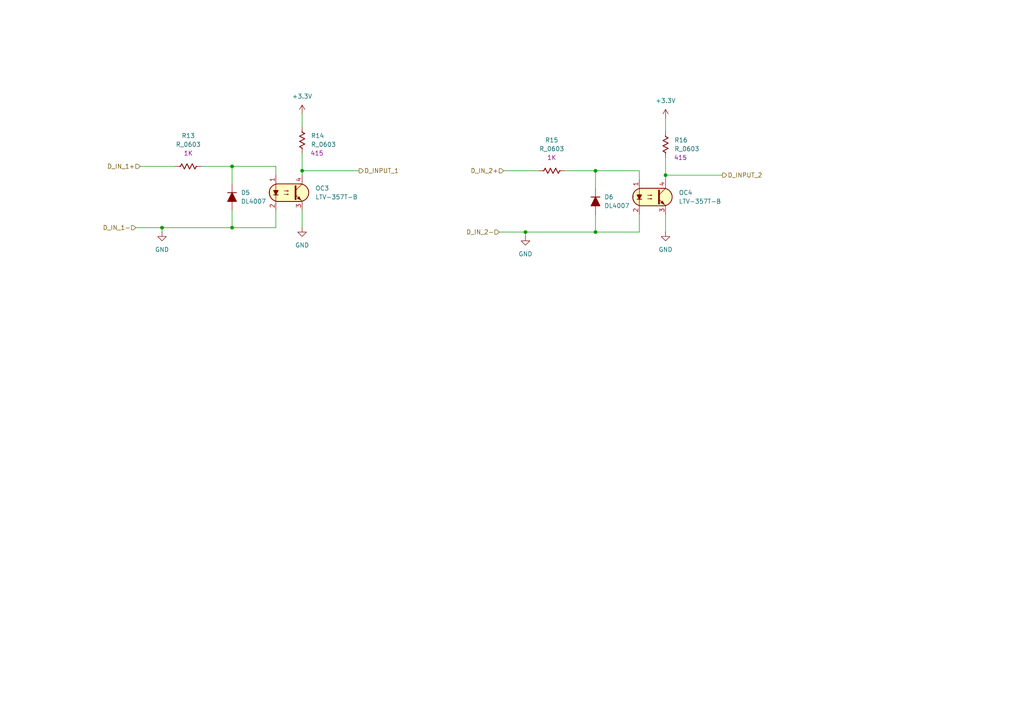
<source format=kicad_sch>
(kicad_sch (version 20250114) (generator "eeschema") (generator_version "9.0")
  (paper "A4")
  (lib_symbols
    (symbol "PCM_Diode_AKL:DL4007" (pin_numbers (hide yes)) (pin_names (offset 1.016) (hide yes))
      (property "Reference" "D" (at 0 5.08 0))
      (property "Value" "DL4007" (at 0 2.54 0))
      (symbol "DL4007_0_1"
        (polyline (pts (xy -1.27 1.27) (xy -1.27 -1.27) (xy 1.27 0) (xy -1.27 1.27)) (stroke (width 0.254)) (fill (type outline)))
        (polyline (pts (xy -1.27 0) (xy 1.27 0)))
        (polyline (pts (xy 1.27 1.27) (xy 1.27 -1.27)) (stroke (width 0.254)))
      )
      (symbol "DL4007_0_2"
        (polyline (pts (xy -2.54 -2.54) (xy 2.54 2.54)))
        (polyline (pts (xy -0.889 -0.889) (xy -1.778 0) (xy 0.889 0.889) (xy 0 -1.778) (xy -0.889 -0.889)) (stroke (width 0.254)) (fill (type outline)))
        (polyline (pts (xy 0 1.778) (xy 1.778 0)) (stroke (width 0.254)))
      )
      (symbol "DL4007_1_1"
        (pin passive line (at -3.81 0 0) (length 2.54) (name "A") (number "2"))
        (pin passive line (at 3.81 0 180) (length 2.54) (name "K") (number "1"))
      )
      (symbol "DL4007_1_2"
        (pin passive line (at -2.54 -2.54 0) (length 0) (name "A") (number "2"))
        (pin passive line (at 2.54 2.54 180) (length 0) (name "K") (number "1"))
      )
    )
    (symbol "PCM_Optocoupler_AKL:LTV-357T-B" (pin_names (offset 1.016))
      (property "Reference" "OC" (at 6.35 1.27 0))
      (property "Value" "LTV-357T-B" (at 6.35 -1.27 0))
      (symbol "LTV-357T-B_0_1"
        (polyline (pts (xy -4.445 -0.635) (xy -3.175 -0.635)) (stroke (width 0.254)))
        (polyline (pts (xy -3.81 -0.635) (xy -4.445 0.635) (xy -3.175 0.635) (xy -3.81 -0.635)) (stroke (width 0.254)) (fill (type outline)))
        (polyline (pts (xy -3.81 -2.54) (xy -3.81 -1.27) (xy -3.81 2.54)) (stroke (width 0.1524)))
        (polyline (pts (xy -3.175 2.54) (xy 3.175 2.54)) (stroke (width 0.254)))
        (arc (start -3.1975 -2.54) (mid -5.7151 0) (end -3.1975 2.54) (stroke (width 0.254)))
        (polyline (pts (xy -2.54 2.54) (xy 3.429 2.54) (xy 4.318 2.286) (xy 4.699 2.032) (xy 5.08 1.651) (xy 5.461 1.016) (xy 5.715 0.381) (xy 5.715 -0.381) (xy 5.461 -1.143) (xy 4.826 -1.905) (xy 4.191 -2.286) (xy 3.302 -2.54) (xy -3.81 -2.54) (xy -3.81 -2.54) (xy -4.572 -2.032) (xy -5.08 -1.778) (xy -5.588 -0.508) (xy -5.588 0.254) (xy -5.588 1.016) (xy -5.08 1.778) (xy -4.318 2.286) (xy -3.556 2.54) (xy -2.54 2.54)) (stroke (width 0.01)) (fill (type background)))
        (polyline (pts (xy -1.397 0.508) (xy -0.127 0.508) (xy -0.508 0.381) (xy -0.508 0.635) (xy -0.127 0.508)))
        (polyline (pts (xy -1.397 -0.508) (xy -0.127 -0.508) (xy -0.508 -0.635) (xy -0.508 -0.381) (xy -0.127 -0.508)))
        (polyline (pts (xy 1.905 1.905) (xy 1.905 -1.905) (xy 1.905 -1.905)) (stroke (width 0.508)))
        (polyline (pts (xy 1.905 0.635) (xy 3.81 2.54)))
        (polyline (pts (xy 2.413 -1.651) (xy 2.921 -1.143) (xy 3.429 -2.159) (xy 2.413 -1.651) (xy 2.413 -1.651)) (fill (type outline)))
        (arc (start 3.1975 2.54) (mid 5.7151 0) (end 3.1975 -2.54) (stroke (width 0.254)))
        (polyline (pts (xy 3.175 -2.54) (xy -3.175 -2.54)) (stroke (width 0.254)))
        (polyline (pts (xy 3.81 -2.54) (xy 1.905 -0.635)) (fill (type outline)))
      )
      (symbol "LTV-357T-B_1_1"
        (pin passive line (at -3.81 5.08 270) (length 2.54) (name "~") (number "1"))
        (pin passive line (at -3.81 -5.08 90) (length 2.54) (name "~") (number "2"))
        (pin passive line (at 3.81 5.08 270) (length 2.54) (name "~") (number "4"))
        (pin passive line (at 3.81 -5.08 90) (length 2.54) (name "~") (number "3"))
      )
    )
    (symbol "PCM_Resistor_US_AKL:R_0603" (pin_numbers (hide yes)) (pin_names (offset 0))
      (property "Reference" "R" (at 2.54 1.27 0))
      (property "Value" "R_0603" (at 2.54 -1.27 0))
      (symbol "R_0603_0_1"
        (polyline (pts (xy 0 2.286) (xy 0 2.54)) (stroke (width 0.254)))
        (polyline (pts (xy 0 2.286) (xy 0.762 1.905) (xy -0.762 1.143) (xy 0 0.762) (xy 0.762 0.381) (xy 0 0) (xy -0.762 -0.381) (xy 0 -0.762) (xy 0.762 -1.143) (xy 0 -1.524) (xy -0.762 -1.905) (xy 0 -2.286)) (stroke (width 0.254)))
        (polyline (pts (xy 0 -2.286) (xy 0 -2.54)) (stroke (width 0.254)))
      )
      (symbol "R_0603_0_2"
        (polyline (pts (xy -2.54 -2.54) (xy -1.778 -1.778)))
        (polyline (pts (xy -1.778 -1.778) (xy -1.524 -1.524)) (stroke (width 0.254)))
        (polyline (pts (xy -1.524 -1.524) (xy -1.778 -0.762) (xy -1.016 -1.016)) (stroke (width 0.254)))
        (polyline (pts (xy -0.508 -0.508) (xy -0.762 0.254) (xy 0 0)) (stroke (width 0.254)))
        (polyline (pts (xy -0.508 -0.508) (xy -0.254 -1.27) (xy -1.016 -1.016)) (stroke (width 0.254)))
        (polyline (pts (xy 0.508 0.508) (xy 0.254 1.27) (xy 1.016 1.016)) (stroke (width 0.254)))
        (polyline (pts (xy 0.508 0.508) (xy 0.762 -0.254) (xy 0 0)) (stroke (width 0.254)))
        (polyline (pts (xy 1.524 1.524) (xy 1.778 0.762) (xy 1.016 1.016)) (stroke (width 0.254)))
        (polyline (pts (xy 1.778 1.778) (xy 1.524 1.524)) (stroke (width 0.254)))
        (polyline (pts (xy 1.778 1.778) (xy 2.54 2.54)))
      )
      (symbol "R_0603_1_1"
        (pin passive line (at 0 3.81 270) (length 1.27) (name "~") (number "1"))
        (pin passive line (at 0 -3.81 90) (length 1.27) (name "~") (number "2"))
      )
      (symbol "R_0603_1_2"
        (pin passive line (at -2.54 -2.54 0) (length 0) (name "") (number "2"))
        (pin passive line (at 2.54 2.54 180) (length 0) (name "") (number "1"))
      )
    )
    (symbol "power:+3.3V" (power) (pin_numbers (hide yes)) (pin_names (offset 0) (hide yes))
      (property "Value" "+3.3V" (at 0 3.556 0))
      (symbol "+3.3V_0_1"
        (polyline (pts (xy -0.762 1.27) (xy 0 2.54)))
        (polyline (pts (xy 0 2.54) (xy 0.762 1.27)))
        (polyline (pts (xy 0 0) (xy 0 2.54)))
      )
      (symbol "+3.3V_1_1"
        (pin power_in line (at 0 0 90) (length 0) (name "~") (number "1"))
      )
    )
    (symbol "power:GND" (power) (pin_numbers (hide yes)) (pin_names (offset 0) (hide yes))
      (property "Value" "GND" (at 0 -3.81 0))
      (symbol "GND_0_1"
        (polyline (pts (xy 0 0) (xy 0 -1.27) (xy 1.27 -1.27) (xy 0 -2.54) (xy -1.27 -1.27) (xy 0 -1.27)))
      )
      (symbol "GND_1_1"
        (pin power_in line (at 0 0 270) (length 0) (name "~") (number "1"))
      )
    )
  )
  (junction (at 67.31 48.26))
  (junction (at 193.04 50.8))
  (junction (at 172.72 67.31))
  (junction (at 87.63 49.53))
  (junction (at 67.31 66.04))
  (junction (at 152.4 67.31))
  (junction (at 46.99 66.04))
  (junction (at 172.72 49.53))
  (wire (pts (xy 46.99 66.04) (xy 67.31 66.04)))
  (wire (pts (xy 193.04 45.72) (xy 193.04 50.8)))
  (wire (pts (xy 87.63 60.96) (xy 87.63 66.04)))
  (wire (pts (xy 104.14 49.53) (xy 87.63 49.53)))
  (wire (pts (xy 46.99 66.04) (xy 46.99 67.31)))
  (wire (pts (xy 172.72 67.31) (xy 185.42 67.31)))
  (wire (pts (xy 67.31 66.04) (xy 80.01 66.04)))
  (wire (pts (xy 87.63 49.53) (xy 87.63 50.8)))
  (wire (pts (xy 87.63 44.45) (xy 87.63 49.53)))
  (wire (pts (xy 67.31 60.96) (xy 67.31 66.04)))
  (wire (pts (xy 146.05 49.53) (xy 156.21 49.53)))
  (wire (pts (xy 172.72 62.23) (xy 172.72 67.31)))
  (wire (pts (xy 163.83 49.53) (xy 172.72 49.53)))
  (wire (pts (xy 40.64 48.26) (xy 50.8 48.26)))
  (wire (pts (xy 87.63 33.02) (xy 87.63 36.83)))
  (wire (pts (xy 193.04 50.8) (xy 193.04 52.07)))
  (wire (pts (xy 80.01 48.26) (xy 67.31 48.26)))
  (wire (pts (xy 144.78 67.31) (xy 152.4 67.31)))
  (wire (pts (xy 152.4 67.31) (xy 172.72 67.31)))
  (wire (pts (xy 80.01 50.8) (xy 80.01 48.26)))
  (wire (pts (xy 185.42 49.53) (xy 172.72 49.53)))
  (wire (pts (xy 185.42 67.31) (xy 185.42 62.23)))
  (wire (pts (xy 193.04 62.23) (xy 193.04 67.31)))
  (wire (pts (xy 58.42 48.26) (xy 67.31 48.26)))
  (wire (pts (xy 209.55 50.8) (xy 193.04 50.8)))
  (wire (pts (xy 152.4 67.31) (xy 152.4 68.58)))
  (wire (pts (xy 193.04 34.29) (xy 193.04 38.1)))
  (wire (pts (xy 80.01 66.04) (xy 80.01 60.96)))
  (wire (pts (xy 172.72 49.53) (xy 172.72 54.61)))
  (wire (pts (xy 67.31 48.26) (xy 67.31 53.34)))
  (wire (pts (xy 185.42 52.07) (xy 185.42 49.53)))
  (wire (pts (xy 39.37 66.04) (xy 46.99 66.04)))
  (hierarchical_label "D_INPUT_1" (shape output) (at 104.14 49.53 0))
  (hierarchical_label "D_IN_1+" (shape input) (at 40.64 48.26 180))
  (hierarchical_label "D_INPUT_2" (shape output) (at 209.55 50.8 0))
  (hierarchical_label "D_IN_1-" (shape input) (at 39.37 66.04 180))
  (hierarchical_label "D_IN_2-" (shape input) (at 144.78 67.31 180))
  (hierarchical_label "D_IN_2+" (shape input) (at 146.05 49.53 180))
  (symbol (lib_id "power:+3.3V") (at 87.63 33.02 0) (unit 1)
    (property "Reference" "#PWR025" (effects (hide yes)))
    (property "Value" "+3.3V" (at 87.63 27.94 0))
    (property "Description" "Power symbol creates a global label with name \"+3.3V\"" (effects (hide yes)))
  )
  (symbol (lib_id "PCM_Resistor_US_AKL:R_0603") (at 193.04 41.91 180) (unit 1)
    (property "Reference" "R16" (at 195.58 40.6399 0) (effects (justify right)))
    (property "Value" "R_0603" (at 195.58 43.1799 0) (effects (justify right)))
    (property "Footprint" "PCM_Resistor_SMD_AKL:R_0603_1608Metric" (effects (hide yes)))
    (property "Description" "SMD 0603 Chip Resistor, US Symbol, Alternate KiCad Library" (effects (hide yes)))
    (property "Field5" "415" (at 197.358 45.72 0))
  )
  (symbol (lib_id "power:GND") (at 152.4 68.58 0) (unit 1)
    (property "Reference" "#PWR028" (effects (hide yes)))
    (property "Value" "GND" (at 152.4 73.66 0))
    (property "Description" "Power symbol creates a global label with name \"GND\" , ground" (effects (hide yes)))
  )
  (symbol (lib_id "power:+3.3V") (at 193.04 34.29 0) (unit 1)
    (property "Reference" "#PWR029" (effects (hide yes)))
    (property "Value" "+3.3V" (at 193.04 29.21 0))
    (property "Description" "Power symbol creates a global label with name \"+3.3V\"" (effects (hide yes)))
  )
  (symbol (lib_id "PCM_Resistor_US_AKL:R_0603") (at 160.02 49.53 270) (unit 1)
    (property "Reference" "R15" (at 160.02 40.64 90))
    (property "Value" "R_0603" (at 160.02 43.18 90))
    (property "Footprint" "PCM_Resistor_SMD_AKL:R_0603_1608Metric" (effects (hide yes)))
    (property "Datasheet" "1K" (effects (hide yes)))
    (property "Description" "SMD 0603 Chip Resistor, US Symbol, Alternate KiCad Library" (effects (hide yes)))
    (property "Field5" "1K" (at 160.02 45.72 90))
  )
  (symbol (lib_id "PCM_Optocoupler_AKL:LTV-357T-B") (at 83.82 55.88 0) (unit 1)
    (property "Reference" "OC3" (at 91.44 54.6099 0) (effects (justify left)))
    (property "Value" "LTV-357T-B" (at 91.44 57.1499 0) (effects (justify left)))
    (property "Footprint" "PCM_Package_SO_AKL:SO-4_4.4x3.9mm_P2.54mm" (effects (hide yes)))
    (property "Datasheet" "https://www.tme.eu/Document/4ccb1404604244f2e07aa15af3469fcc/LTV-357T.pdf" (effects (hide yes)))
    (property "Description" "SO-4 Optocoupler, Transistor output, 3.75kV, 18us, Alternate KiCAD Library" (effects (hide yes)))
  )
  (symbol (lib_id "PCM_Diode_AKL:DL4007") (at 67.31 57.15 90) (unit 1)
    (property "Reference" "D5" (at 69.85 55.8799 90) (effects (justify right)))
    (property "Value" "DL4007" (at 69.85 58.4199 90) (effects (justify right)))
    (property "Footprint" "PCM_Diode_SMD_AKL:D_MELF" (effects (hide yes)))
    (property "Datasheet" "https://www.diodes.com/assets/Datasheets/products_inactive_data/ds16001.pdf" (effects (hide yes)))
    (property "Description" "MELF Diode, Rectifier, 1000V, 1A, Alternate KiCad Library" (effects (hide yes)))
  )
  (symbol (lib_id "power:GND") (at 87.63 66.04 0) (unit 1)
    (property "Reference" "#PWR026" (effects (hide yes)))
    (property "Value" "GND" (at 87.63 71.12 0))
    (property "Description" "Power symbol creates a global label with name \"GND\" , ground" (effects (hide yes)))
  )
  (symbol (lib_id "PCM_Resistor_US_AKL:R_0603") (at 54.61 48.26 270) (unit 1)
    (property "Reference" "R13" (at 54.61 39.37 90))
    (property "Value" "R_0603" (at 54.61 41.91 90))
    (property "Footprint" "PCM_Resistor_SMD_AKL:R_0603_1608Metric" (effects (hide yes)))
    (property "Datasheet" "1K" (effects (hide yes)))
    (property "Description" "SMD 0603 Chip Resistor, US Symbol, Alternate KiCad Library" (effects (hide yes)))
    (property "Field5" "1K" (at 54.61 44.45 90))
  )
  (symbol (lib_id "PCM_Optocoupler_AKL:LTV-357T-B") (at 189.23 57.15 0) (unit 1)
    (property "Reference" "OC4" (at 196.85 55.8799 0) (effects (justify left)))
    (property "Value" "LTV-357T-B" (at 196.85 58.4199 0) (effects (justify left)))
    (property "Footprint" "PCM_Package_SO_AKL:SO-4_4.4x3.9mm_P2.54mm" (effects (hide yes)))
    (property "Datasheet" "https://www.tme.eu/Document/4ccb1404604244f2e07aa15af3469fcc/LTV-357T.pdf" (effects (hide yes)))
    (property "Description" "SO-4 Optocoupler, Transistor output, 3.75kV, 18us, Alternate KiCAD Library" (effects (hide yes)))
  )
  (symbol (lib_id "power:GND") (at 193.04 67.31 0) (unit 1)
    (property "Reference" "#PWR030" (effects (hide yes)))
    (property "Value" "GND" (at 193.04 72.39 0))
    (property "Description" "Power symbol creates a global label with name \"GND\" , ground" (effects (hide yes)))
  )
  (symbol (lib_id "PCM_Diode_AKL:DL4007") (at 172.72 58.42 90) (unit 1)
    (property "Reference" "D6" (at 175.26 57.1499 90) (effects (justify right)))
    (property "Value" "DL4007" (at 175.26 59.6899 90) (effects (justify right)))
    (property "Footprint" "PCM_Diode_SMD_AKL:D_MELF" (effects (hide yes)))
    (property "Datasheet" "https://www.diodes.com/assets/Datasheets/products_inactive_data/ds16001.pdf" (effects (hide yes)))
    (property "Description" "MELF Diode, Rectifier, 1000V, 1A, Alternate KiCad Library" (effects (hide yes)))
  )
  (symbol (lib_id "power:GND") (at 46.99 67.31 0) (unit 1)
    (property "Reference" "#PWR027" (effects (hide yes)))
    (property "Value" "GND" (at 46.99 72.39 0))
    (property "Description" "Power symbol creates a global label with name \"GND\" , ground" (effects (hide yes)))
  )
  (symbol (lib_id "PCM_Resistor_US_AKL:R_0603") (at 87.63 40.64 180) (unit 1)
    (property "Reference" "R14" (at 90.17 39.3699 0) (effects (justify right)))
    (property "Value" "R_0603" (at 90.17 41.9099 0) (effects (justify right)))
    (property "Footprint" "PCM_Resistor_SMD_AKL:R_0603_1608Metric" (effects (hide yes)))
    (property "Description" "SMD 0603 Chip Resistor, US Symbol, Alternate KiCad Library" (effects (hide yes)))
    (property "Field5" "415" (at 91.948 44.45 0))
  )
)
</source>
